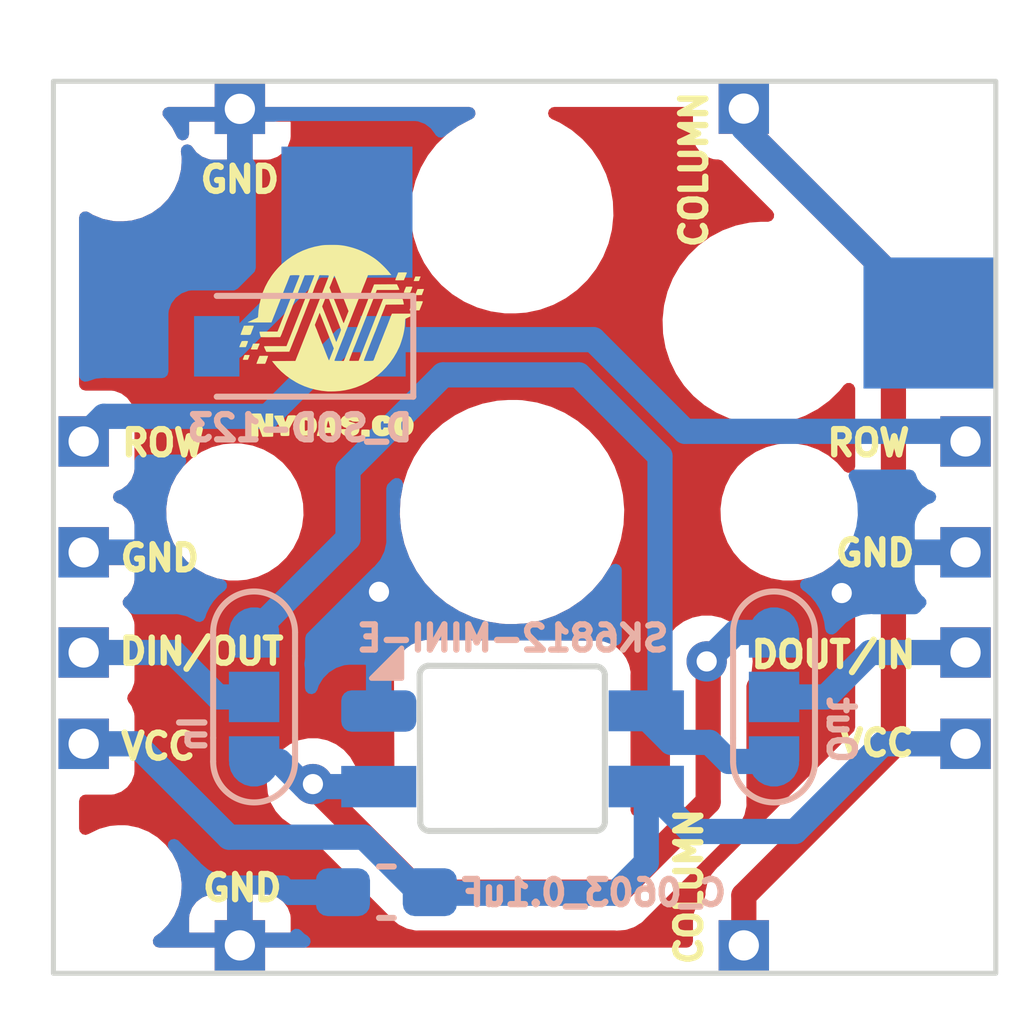
<source format=kicad_pcb>
(kicad_pcb (version 20211014) (generator pcbnew)
  (layers (0 "F.Cu" signal) (31 "B.Cu" signal) (34 "B.Paste" user) (35 "F.Paste" user) (36 "B.SilkS" user "B.Silkscreen") (37 "F.SilkS" user "F.Silkscreen") (38 "B.Mask" user) (39 "F.Mask" user) (44 "Edge.Cuts" user))
  (net 0 "")
  (net 1 "column_1")
  (net 2 "row_1")
  (net 3 "row_2")
  (net 4 "GND")
  (net 5 "VCC")
  (net 6 "DIN")
  (net 7 "DOUT")
  (net 8 "DOUT1")
  (net 9 "DIN1")
  (footprint "" (layer "F.Cu") (at 33.636107 28.149779)
    (fp_text reference "" (at 0 0) (layer "F.SilkS") (effects (font (size 1.27 1.27))))
    (fp_text value "" (at 0 0) (layer "F.SilkS") (effects (font (size 1.27 1.27))))
    (pad "1" thru_hole rect (at 0.763893 0.038068) (size 1 1) (drill 0.6) (layers *.Cu *.Mask) (net 8 "DOUT1"))
  )
  (footprint "Giri-Kailh-Choc-Library:MountingHole_1.2mm_M1" (layer "F.Cu") (at 33.450508 18.422892)
    (fp_text reference "H3" hide)
    (fp_text value "MountingHole" hide)
    (pad "" np_thru_hole circle (at 0 0) (size 1.4 1.4) (drill 1.4) (layers F&B.Cu *.Mask))
  )
  (footprint "Giri-Kailh-Choc-Library:MountingHole_1.2mm_M1" (layer "F.Cu") (at 33.450508 32.824487)
    (fp_text reference "H3" hide)
    (fp_text value "MountingHole" hide)
    (pad "" np_thru_hole circle (at 0 0) (size 1.4 1.4) (drill 1.4) (layers F&B.Cu *.Mask))
  )
  (footprint "" (layer "F.Cu") (at 30.206577 17.4)
    (fp_text reference "" (at 0 0) (layer "F.SilkS") (effects (font (size 1.27 1.27))))
    (fp_text value "" (at 0 0) (layer "F.SilkS") (effects (font (size 1.27 1.27))))
    (pad "2" thru_hole rect (at -0.206577 -0.004503 90) (size 1 1) (drill 0.6) (layers *.Cu *.Mask) (net 1 "column_1"))
  )
  (footprint "" (layer "F.Cu") (at 17.137431 30)
    (fp_text reference "" (at 0 0) (layer "F.SilkS") (effects (font (size 1.27 1.27))))
    (fp_text value "" (at 0 0) (layer "F.SilkS") (effects (font (size 1.27 1.27))))
    (pad "1" thru_hole rect (at -0.237431 0) (size 1 1) (drill 0.6) (layers *.Cu *.Mask) (net 5 "VCC"))
  )
  (footprint "" (layer "F.Cu") (at 20.065901 17.612363)
    (fp_text reference "" (at 0 0) (layer "F.SilkS") (effects (font (size 1.27 1.27))))
    (fp_text value "" (at 0 0) (layer "F.SilkS") (effects (font (size 1.27 1.27))))
    (pad "1" thru_hole rect (at -0.065901 -0.212363) (size 1 1) (drill 0.6) (layers *.Cu *.Mask) (net 4 "GND"))
  )
  (footprint "" (layer "F.Cu") (at 20.065901 33.02)
    (fp_text reference "" (at 0 0) (layer "F.SilkS") (effects (font (size 1.27 1.27))))
    (fp_text value "" (at 0 0) (layer "F.SilkS") (effects (font (size 1.27 1.27))))
    (pad "1" thru_hole rect (at -0.065901 0.98) (size 1 1) (drill 0.6) (layers *.Cu *.Mask) (net 4 "GND"))
  )
  (footprint "" (layer "F.Cu") (at 33.449775 29.946301)
    (fp_text reference "" (at 0 0) (layer "F.SilkS") (effects (font (size 1.27 1.27))))
    (fp_text value "" (at 0 0) (layer "F.SilkS") (effects (font (size 1.27 1.27))))
    (pad "1" thru_hole rect (at 0.950225 0.053699) (size 1 1) (drill 0.6) (layers *.Cu *.Mask) (net 5 "VCC"))
  )
  (footprint "LOGO" (layer "F.Cu") (at 21.808912 22.010282)
    (fp_text reference "G_logo" hide)
    (fp_text value "LOGO" hide)
  )
  (footprint "" (layer "F.Cu") (at 17.78 26.67)
    (fp_text reference "" (at 0 0) (layer "F.SilkS") (effects (font (size 1.27 1.27))))
    (fp_text value "" (at 0 0) (layer "F.SilkS") (effects (font (size 1.27 1.27))))
    (pad "1" thru_hole rect (at -0.88 -0.47) (size 1 1) (drill 0.6) (layers *.Cu *.Mask) (net 4 "GND"))
  )
  (footprint "" (layer "F.Cu") (at 33.02 26.67)
    (fp_text reference "" (at 0 0) (layer "F.SilkS") (effects (font (size 1.27 1.27))))
    (fp_text value "" (at 0 0) (layer "F.SilkS") (effects (font (size 1.27 1.27))))
    (pad "1" thru_hole rect (at 1.38 -0.47) (size 1 1) (drill 0.6) (layers *.Cu *.Mask) (net 4 "GND"))
  )
  (footprint "Giri-Kailh-Choc-Library:MountingHole_1.2mm_M1" (layer "F.Cu") (at 17.633627 32.824487)
    (fp_text reference "H3" hide)
    (fp_text value "MountingHole" hide)
    (pad "" np_thru_hole circle (at 0 0) (size 1.4 1.4) (drill 1.4) (layers F&B.Cu *.Mask))
  )
  (footprint "" (layer "F.Cu") (at 29.645456 33.365309)
    (fp_text reference "" (at 0 0) (layer "F.SilkS") (effects (font (size 1.27 1.27))))
    (fp_text value "" (at 0 0) (layer "F.SilkS") (effects (font (size 1.27 1.27))))
    (pad "1" thru_hole rect (at 0.354544 0.634691 90) (size 1 1) (drill 0.6) (layers *.Cu *.Mask) (net 1 "column_1"))
  )
  (footprint "" (layer "F.Cu") (at 17.538612 24.217203 -90)
    (fp_text reference "" (at 0 0 90) (layer "F.SilkS") (effects (font (size 1.27 1.27))))
    (fp_text value "" (at 0 0 90) (layer "F.SilkS") (effects (font (size 1.27 1.27))))
    (pad "1" thru_hole rect (at -0.217203 0.638612) (size 1 1) (drill 0.6) (layers *.Cu *.Mask) (net 3 "row_2"))
  )
  (footprint "" (layer "F.Cu") (at 33.575056 24.154031)
    (fp_text reference "" (at 0 0) (layer "F.SilkS") (effects (font (size 1.27 1.27))))
    (fp_text value "" (at 0 0) (layer "F.SilkS") (effects (font (size 1.27 1.27))))
    (pad "1" thru_hole rect (at 0.824944 -0.154031) (size 1 1) (drill 0.6) (layers *.Cu *.Mask) (net 3 "row_2"))
  )
  (footprint "Giri-Kailh-Choc-Library:MountingHole_1.2mm_M1" (layer "F.Cu") (at 17.633627 18.422892)
    (fp_text reference "H3" hide)
    (fp_text value "MountingHole" hide)
    (pad "" np_thru_hole circle (at 0 0) (size 1.4 1.4) (drill 1.4) (layers F&B.Cu *.Mask))
  )
  (footprint "PG1350" (layer "F.Cu") (at 25.4 25.4)
    (fp_text reference "S18" hide)
    (fp_text value "" hide)
    (pad "" np_thru_hole circle (at 5.5 0) (size 1.7018 1.7018) (drill 1.7018) (layers *.Cu *.Mask))
    (pad "" np_thru_hole circle (at -5.5 0) (size 1.7018 1.7018) (drill 1.7018) (layers *.Cu *.Mask))
    (pad "" np_thru_hole circle (at 0 0) (size 3.429 3.429) (drill 3.429) (layers *.Cu *.Mask))
    (pad "" np_thru_hole circle (at 5 -3.75) (size 3 3) (drill 3) (layers *.Cu *.Mask))
    (pad "" np_thru_hole circle (at 0 -5.95) (size 3 3) (drill 3) (layers *.Cu *.Mask))
    (pad "1" smd rect (at -3.275 -5.95) (size 2.6 2.6) (layers "B.Cu" "B.Paste" "B.Mask") (net 2 "row_1"))
    (pad "2" smd rect (at 8.275 -3.75) (size 2.6 2.6) (layers "B.Cu" "B.Paste" "B.Mask") (net 1 "column_1"))
  )
  (footprint "" (layer "F.Cu") (at 17.228624 28.187847)
    (fp_text reference "" (at 0 0) (layer "F.SilkS") (effects (font (size 1.27 1.27))))
    (fp_text value "" (at 0 0) (layer "F.SilkS") (effects (font (size 1.27 1.27))))
    (pad "1" thru_hole rect (at -0.328624 0) (size 1 1) (drill 0.6) (layers *.Cu *.Mask) (net 9 "DIN1"))
  )
  (footprint "amoeba-modules:SolderJumper-5_P1.3mm_Open_RoundedPad1.0x1.5mm" (layer "B.Cu") (at 20.282301 29.070008 -90)
    (fp_text reference "JP2" hide)
    (fp_text value "SolderJumper_5" hide)
    (pad "1" smd custom (at -1.28 0 270) (size 0.5 0.5) (layers "B.Cu" "B.Mask") (net 7 "DOUT") (options (clearance outline) (anchor rect)) (primitives (gr_circle (center 0 0) (end 0.5 0) (width 0) (fill yes)) (gr_poly (pts (xy 0.5 0.5) (xy 0 0.5) (xy 0 -0.5) (xy 0.5 -0.5)) (width 0) (fill yes))))
    (pad "2" smd rect (at 0 0 270) (size 1 1) (layers "B.Cu" "B.Mask") (net 9 "DIN1"))
    (pad "3" smd custom (at 1.28 0 270) (size 0.5 0.5) (layers "B.Cu" "B.Mask") (net 6 "DIN") (options (clearance outline) (anchor rect)) (primitives (gr_circle (center 0 0) (end 0.5 0) (width 0) (fill yes)) (gr_poly (pts (xy -0.5 0.5) (xy 0 0.5) (xy 0 -0.5) (xy -0.5 -0.5)) (width 0) (fill yes))))
  )
  (footprint "Diode_SMD:D_SOD-123" (layer "B.Cu") (at 21.190772 22.111848 180)
    (fp_text reference "D3" hide)
    (fp_text value "D_SOD-123" (at 0 -1.621138) (layer "B.SilkS") (effects (font (size 0.5 0.5)) (justify mirror)))
    (pad "1" smd rect (at -1.65 0 180) (size 0.9 1.2) (layers "B.Cu" "B.Paste" "B.Mask") (net 3 "row_2"))
    (pad "2" smd rect (at 1.65 0 180) (size 0.9 1.2) (layers "B.Cu" "B.Paste" "B.Mask") (net 2 "row_1"))
  )
  (footprint "amoeba-modules:SolderJumper-5_P1.3mm_Open_RoundedPad1.0x1.5mm" (layer "B.Cu") (at 30.599919 29.070008 -90)
    (fp_text reference "JP2" hide)
    (fp_text value "SolderJumper_5" hide)
    (pad "1" smd custom (at -1.28 0 270) (size 0.5 0.5) (layers "B.Cu" "B.Mask") (net 6 "DIN") (options (clearance outline) (anchor rect)) (primitives (gr_circle (center 0 0) (end 0.5 0) (width 0) (fill yes)) (gr_poly (pts (xy 0.5 0.5) (xy 0 0.5) (xy 0 -0.5) (xy 0.5 -0.5)) (width 0) (fill yes))))
    (pad "2" smd rect (at 0 0 270) (size 1 1) (layers "B.Cu" "B.Mask") (net 8 "DOUT1"))
    (pad "3" smd custom (at 1.28 0 270) (size 0.5 0.5) (layers "B.Cu" "B.Mask") (net 7 "DOUT") (options (clearance outline) (anchor rect)) (primitives (gr_circle (center 0 0) (end 0.5 0) (width 0) (fill yes)) (gr_poly (pts (xy -0.5 0.5) (xy 0 0.5) (xy 0 -0.5) (xy -0.5 -0.5)) (width 0) (fill yes))))
  )
  (footprint "SK6812-MINI-E" (layer "B.Cu") (at 25.411377 30.1 180)
    (fp_text reference "REF**" hide)
    (fp_text value "SK6812-MINI-E" (at -0.003062 2.195257 unlocked) (layer "B.SilkS") (effects (font (size 0.5 0.5) (thickness 0.125)) (justify mirror)))
    (fp_line (start 1.656019 -1.628728) (end -1.668123 -1.627684) (layer "Edge.Cuts") (width 0.12))
    (fp_line (start -1.655353 1.637847) (end 1.680508 1.648527) (layer "Edge.Cuts") (width 0.12))
    (fp_line (start -1.83223 -1.451854) (end -1.831183 1.47374) (layer "Edge.Cuts") (width 0.12))
    (fp_line (start 1.844615 1.472697) (end 1.831849 -1.464621) (layer "Edge.Cuts") (width 0.12))
    (fp_arc (start -1.655353 1.637847) (mid -1.773397 1.588075) (end -1.831183 1.47374) (layer "Edge.Cuts") (width 0.12))
    (fp_arc (start -1.83223 -1.451854) (mid -1.782457 -1.569897) (end -1.668123 -1.627684) (layer "Edge.Cuts") (width 0.12))
    (fp_arc (start 1.656019 -1.628728) (mid 1.774063 -1.578955) (end 1.831849 -1.464621) (layer "Edge.Cuts") (width 0.12))
    (fp_arc (start 1.844615 1.472697) (mid 1.794841 1.590738) (end 1.680508 1.648527) (layer "Edge.Cuts") (width 0.12))
    (pad "1" smd rect locked (at -2.653636 -0.747946 180) (size 1.492724 0.824104) (layers "B.Cu" "B.Paste" "B.Mask") (net 5 "VCC"))
    (pad "2" smd rect locked (at -2.653636 0.754505 180) (size 1.492724 0.810988) (layers "B.Cu" "B.Paste" "B.Mask") (net 7 "DOUT"))
    (pad "3" smd roundrect locked (at 2.655484 0.750636 180) (size 1.489015 0.821272) (layers "B.Cu" "B.Paste" "B.Mask") (net 4 "GND"))
    (pad "4" smd rect locked (at 2.655484 -0.749352 180) (size 1.489015 0.821296) (layers "B.Cu" "B.Paste" "B.Mask") (net 6 "DIN"))
  )
  (footprint "Capacitor_SMD:C_0603_1608Metric_Pad1.08x0.95mm_HandSolder" (layer "B.Cu") (at 22.907622 32.944693 180)
    (fp_text reference "REF**" hide)
    (fp_text value "C_0603_0.1uF" (at -4.106873 -0.011909) (layer "B.SilkS") (effects (font (size 0.5 0.5)) (justify mirror)))
    (pad "1" smd roundrect (at -0.8625 0 180) (size 1.075 0.95) (layers "B.Cu" "B.Paste" "B.Mask") (net 5 "VCC"))
    (pad "2" smd roundrect (at 0.8625 0 180) (size 1.075 0.95) (layers "B.Cu" "B.Paste" "B.Mask") (net 4 "GND"))
  )
  (gr_rect (start 16.3 34.553246) (end 35 16.853246) (layer "Edge.Cuts") (width 0.1) (fill none))
  (gr_text "Out" (at 31.928873 29.725621 270) (layer "B.SilkS") (effects (font (size 0.5 0.5) (thickness 0.125)) (justify mirror)))
  (gr_text "In" (at 19.069501 29.802808 90) (layer "B.SilkS") (effects (font (size 0.5 0.5) (thickness 0.125)) (justify mirror)))
  (gr_text "GND" (at 32.604907 26.21432) (layer "F.SilkS") (effects (font (size 0.5 0.5) (thickness 0.125))))
  (gr_text "VCC" (at 32.637991 29.985947) (layer "F.SilkS") (effects (font (size 0.5 0.5) (thickness 0.125))))
  (gr_text "GND" (at 20.048689 32.858677) (layer "F.SilkS") (effects (font (size 0.5 0.5) (thickness 0.125))))
  (gr_text "ROW" (at 18.477848 24.030746) (layer "F.SilkS") (effects (font (size 0.5 0.5) (thickness 0.125))))
  (gr_text "VCC" (at 18.378594 30.052116) (layer "F.SilkS") (effects (font (size 0.5 0.5) (thickness 0.125))))
  (gr_text "ROW" (at 32.472569 24.030746) (layer "F.SilkS") (effects (font (size 0.5 0.5) (thickness 0.125))))
  (gr_text "GND" (at 18.411679 26.313573) (layer "F.SilkS") (effects (font (size 0.5 0.5) (thickness 0.125))))
  (gr_text "COLUMN" (at 29.00999 18.603232 90) (layer "F.SilkS") (effects (font (size 0.5 0.5) (thickness 0.125))))
  (gr_text "DOUT/IN" (at 31.777795 28.232471) (layer "F.SilkS") (effects (font (size 0.5 0.5) (thickness 0.125))))
  (gr_text "COLUMN" (at 28.912394 32.833639 90) (layer "F.SilkS") (effects (font (size 0.5 0.5) (thickness 0.125))))
  (gr_text "GND" (at 19.999732 18.803404) (layer "F.SilkS") (effects (font (size 0.5 0.5) (thickness 0.125))))
  (gr_text "DIN/OUT" (at 19.23879 28.166302) (layer "F.SilkS") (effects (font (size 0.5 0.5) (thickness 0.125))))
  (segment (start 32.968835 30.039616) (end 30 33.008451) (width 0.5) (layer "F.Cu") (net 1))
  (segment (start 30 33.008451) (end 30 34) (width 0.5) (layer "F.Cu") (net 1))
  (segment (start 30.185133 17.971683) (end 32.968835 20.755385) (width 0.5) (layer "F.Cu") (net 1))
  (segment (start 32.968835 20.755385) (end 32.968835 30.039616) (width 0.5) (layer "F.Cu") (net 1))
  (segment (start 30.185133 17.87095) (end 30.185133 17.971683) (width 0.5) (layer "F.Cu") (net 1))
  (segment (start 30 17.786551) (end 33.3 21.086551) (width 0.5) (layer "B.Cu") (net 1))
  (segment (start 33.3 21.086551) (end 33.3 21.59) (width 0.5) (layer "B.Cu") (net 1))
  (segment (start 30 17.67095) (end 30 17.786551) (width 0.5) (layer "B.Cu") (net 1))
  (segment (start 19.886018 22.111848) (end 19.540772 22.111848) (width 0.5) (layer "B.Cu") (net 2))
  (segment (start 22.125 19.872866) (end 19.886018 22.111848) (width 0.5) (layer "B.Cu") (net 2))
  (segment (start 22.125 19.39) (end 22.125 19.872866) (width 0.5) (layer "B.Cu") (net 2))
  (segment (start 34.199155 23.799155) (end 28.83328 23.799155) (width 0.5) (layer "B.Cu") (net 3))
  (segment (start 34.4 24) (end 34.199155 23.799155) (width 0.5) (layer "B.Cu") (net 3))
  (segment (start 28.83328 23.799155) (end 27.013635 21.97951) (width 0.5) (layer "B.Cu") (net 3))
  (segment (start 20.562168 23.501395) (end 17.298605 23.501395) (width 0.5) (layer "B.Cu") (net 3))
  (segment (start 17.298605 23.501395) (end 16.8 24) (width 0.5) (layer "B.Cu") (net 3))
  (segment (start 27.013635 21.97951) (end 22.084053 21.97951) (width 0.5) (layer "B.Cu") (net 3))
  (segment (start 22.084053 21.97951) (end 20.562168 23.501395) (width 0.5) (layer "B.Cu") (net 3))
  (via (at 22.760442 26.983734) (size 0.8) (drill 0.4) (layers "F.Cu" "B.Cu") (net 4))
  (via (at 31.943218 27.008346) (size 0.8) (drill 0.4) (layers "F.Cu" "B.Cu") (net 4))
  (segment (start 17.931321 30) (end 19.784311 31.85299) (width 0.5) (layer "B.Cu") (net 5))
  (segment (start 28.065013 30.847946) (end 28.956489 31.739422) (width 0.5) (layer "B.Cu") (net 5))
  (segment (start 32.756275 30) (end 34.4 30) (width 0.5) (layer "B.Cu") (net 5))
  (segment (start 19.784311 31.85299) (end 22.462512 31.85299) (width 0.5) (layer "B.Cu") (net 5))
  (segment (start 23.574813 32.965291) (end 27.459816 32.965291) (width 0.5) (layer "B.Cu") (net 5))
  (segment (start 28.956489 31.739422) (end 31.016853 31.739422) (width 0.5) (layer "B.Cu") (net 5))
  (segment (start 27.459816 32.965291) (end 28.065013 32.360094) (width 0.5) (layer "B.Cu") (net 5))
  (segment (start 28.065013 32.360094) (end 28.065013 30.847946) (width 0.5) (layer "B.Cu") (net 5))
  (segment (start 16.8 30) (end 17.931321 30) (width 0.5) (layer "B.Cu") (net 5))
  (segment (start 22.462512 31.85299) (end 23.574813 32.965291) (width 0.5) (layer "B.Cu") (net 5))
  (segment (start 31.016853 31.739422) (end 32.756275 30) (width 0.5) (layer "B.Cu") (net 5))
  (segment (start 29.292986 31.152719) (end 29.292986 28.394418) (width 0.5) (layer "F.Cu") (net 6))
  (segment (start 27.501012 32.944693) (end 29.292986 31.152719) (width 0.5) (layer "F.Cu") (net 6))
  (segment (start 21.449622 30.799326) (end 21.449622 30.827552) (width 0.5) (layer "F.Cu") (net 6))
  (segment (start 21.449622 30.827552) (end 23.566763 32.944693) (width 0.5) (layer "F.Cu") (net 6))
  (segment (start 29.292986 28.394418) (end 29.263377 28.364809) (width 0.5) (layer "F.Cu") (net 6))
  (segment (start 23.566763 32.944693) (end 27.501012 32.944693) (width 0.5) (layer "F.Cu") (net 6))
  (via (at 21.449622 30.799326) (size 0.8) (drill 0.4) (layers "F.Cu" "B.Cu") (net 6))
  (via (at 29.263377 28.364809) (size 0.8) (drill 0.4) (layers "F.Cu" "B.Cu") (net 6))
  (segment (start 21.287627 30.849352) (end 22.755893 30.849352) (width 0.5) (layer "B.Cu") (net 6))
  (segment (start 20.282301 30.350008) (end 20.788283 30.350008) (width 0.5) (layer "B.Cu") (net 6))
  (segment (start 29.838178 27.790008) (end 30.599919 27.790008) (width 0.5) (layer "B.Cu") (net 6))
  (segment (start 20.788283 30.350008) (end 21.287627 30.849352) (width 0.5) (layer "B.Cu") (net 6))
  (segment (start 29.263377 28.364809) (end 29.838178 27.790008) (width 0.5) (layer "B.Cu") (net 6))
  (segment (start 20.282301 27.790008) (end 22.145926 25.926383) (width 0.5) (layer "B.Cu") (net 7))
  (segment (start 29.320579 29.971656) (end 29.698931 30.350008) (width 0.5) (layer "B.Cu") (net 7))
  (segment (start 22.145926 24.564393) (end 24.031289 22.67903) (width 0.5) (layer "B.Cu") (net 7))
  (segment (start 26.723884 22.67903) (end 28.337013 24.292159) (width 0.5) (layer "B.Cu") (net 7))
  (segment (start 29.698931 30.350008) (end 30.599919 30.350008) (width 0.5) (layer "B.Cu") (net 7))
  (segment (start 22.145926 25.926383) (end 22.145926 24.564393) (width 0.5) (layer "B.Cu") (net 7))
  (segment (start 28.065013 29.480049) (end 28.55662 29.971656) (width 0.5) (layer "B.Cu") (net 7))
  (segment (start 28.55662 29.971656) (end 29.320579 29.971656) (width 0.5) (layer "B.Cu") (net 7))
  (segment (start 24.031289 22.67903) (end 26.723884 22.67903) (width 0.5) (layer "B.Cu") (net 7))
  (segment (start 28.337013 24.292159) (end 28.337013 29.073495) (width 0.5) (layer "B.Cu") (net 7))
  (segment (start 28.337013 29.073495) (end 28.065013 29.345495) (width 0.5) (layer "B.Cu") (net 7))
  (segment (start 28.065013 29.345495) (end 28.065013 29.480049) (width 0.5) (layer "B.Cu") (net 7))
  (segment (start 31.627642 29.070008) (end 30.599919 29.070008) (width 0.5) (layer "B.Cu") (net 8))
  (segment (start 34.4 28.187847) (end 32.509803 28.187847) (width 0.5) (layer "B.Cu") (net 8))
  (segment (start 32.509803 28.187847) (end 31.627642 29.070008) (width 0.5) (layer "B.Cu") (net 8))
  (segment (start 20.282301 29.070008) (end 19.56614 29.070008) (width 0.5) (layer "B.Cu") (net 9))
  (segment (start 19.56614 29.070008) (end 18.683979 28.187847) (width 0.5) (layer "B.Cu") (net 9))
  (segment (start 18.683979 28.187847) (end 16.8 28.187847) (width 0.5) (layer "B.Cu") (net 9))
  (zone (net 4) (net_name "GND") (layers F&B.Cu) (connect_pads (clearance 0.508)) (min_thickness 0.254) (fill yes (thermal_gap 0.508) (thermal_bridge_width 0.508))
    (polygon (pts (xy 35.56 35.56) (xy 15.24 35.56) (xy 15.24 15.24) (xy 35.56 15.24)))
  )
)
</source>
